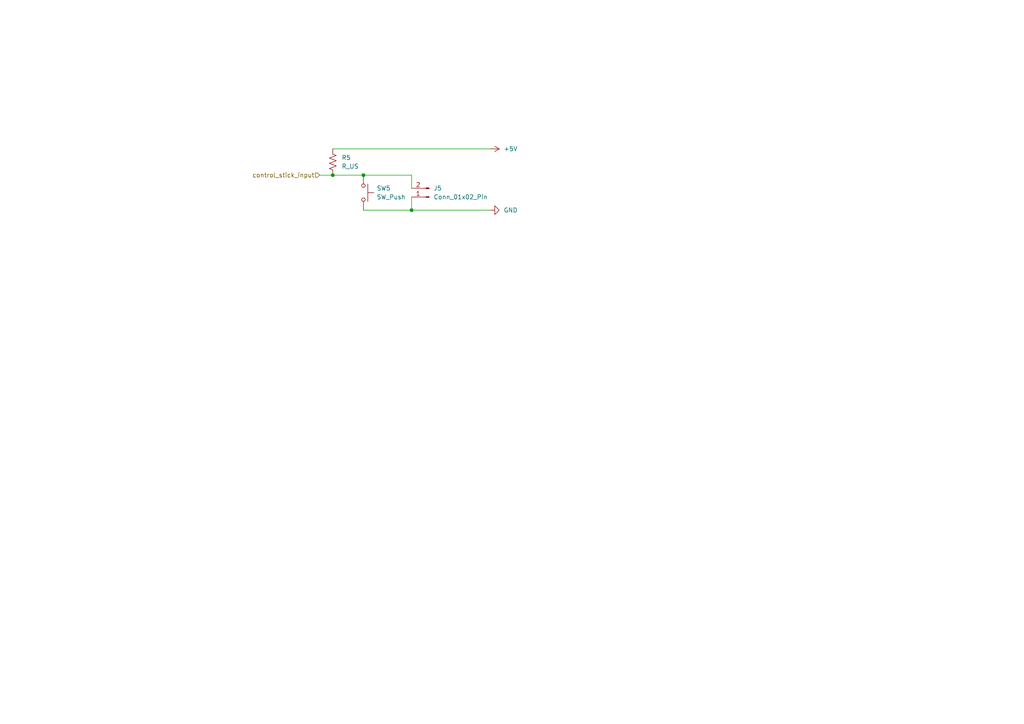
<source format=kicad_sch>
(kicad_sch (version 20230121) (generator eeschema)
  (paper "A4")
  (lib_symbols
    (symbol "Connector:Conn_01x02_Pin" (pin_names (offset 1.016) hide)
      (property "Reference" "J" (at 0 2.54 0))
      (property "Value" "Conn_01x02_Pin" (at 0 -5.08 0))
      (symbol "Conn_01x02_Pin_1_1"
        (polyline (pts (xy 1.27 -2.54) (xy 0.8636 -2.54)) (stroke (width 0.1524)))
        (polyline (pts (xy 1.27 0) (xy 0.8636 0)) (stroke (width 0.1524)))
        (rectangle (start 0.8636 -2.413) (end 0 -2.667) (stroke (width 0.1524)) (fill (type outline)))
        (rectangle (start 0.8636 0.127) (end 0 -0.127) (stroke (width 0.1524)) (fill (type outline)))
        (pin passive line (at 5.08 0 180) (length 3.81) (name "Pin_1") (number "1"))
        (pin passive line (at 5.08 -2.54 180) (length 3.81) (name "Pin_2") (number "2"))
      )
    )
    (symbol "Device:R_US" (pin_numbers hide) (pin_names (offset 0))
      (property "Reference" "R" (at 2.54 0 90))
      (property "Value" "R_US" (at -2.54 0 90))
      (symbol "R_US_0_1"
        (polyline (pts (xy 0 -2.286) (xy 0 -2.54)))
        (polyline (pts (xy 0 2.286) (xy 0 2.54)))
        (polyline (pts (xy 0 -0.762) (xy 1.016 -1.143) (xy 0 -1.524) (xy -1.016 -1.905) (xy 0 -2.286)))
        (polyline (pts (xy 0 0.762) (xy 1.016 0.381) (xy 0 0) (xy -1.016 -0.381) (xy 0 -0.762)))
        (polyline (pts (xy 0 2.286) (xy 1.016 1.905) (xy 0 1.524) (xy -1.016 1.143) (xy 0 0.762)))
      )
      (symbol "R_US_1_1"
        (pin passive line (at 0 3.81 270) (length 1.27) (name "~") (number "1"))
        (pin passive line (at 0 -3.81 90) (length 1.27) (name "~") (number "2"))
      )
    )
    (symbol "Switch:SW_Push" (pin_numbers hide) (pin_names (offset 1.016) hide)
      (property "Reference" "SW" (at 1.27 2.54 0))
      (property "Value" "SW_Push" (at 0 -1.524 0))
      (symbol "SW_Push_0_1"
        (circle (center -2.032 0) (radius 0.508))
        (polyline (pts (xy 0 1.27) (xy 0 3.048)))
        (polyline (pts (xy 2.54 1.27) (xy -2.54 1.27)))
        (circle (center 2.032 0) (radius 0.508))
        (pin passive line (at -5.08 0 0) (length 2.54) (name "1") (number "1"))
        (pin passive line (at 5.08 0 180) (length 2.54) (name "2") (number "2"))
      )
    )
    (symbol "power:+5V" (power) (pin_names (offset 0))
      (property "Value" "+5V" (at 0 3.556 0))
      (symbol "+5V_0_1"
        (polyline (pts (xy -0.762 1.27) (xy 0 2.54)))
        (polyline (pts (xy 0 0) (xy 0 2.54)))
        (polyline (pts (xy 0 2.54) (xy 0.762 1.27)))
      )
      (symbol "+5V_1_1"
        (pin power_in line (at 0 0 90) (length 0) hide (name "+5V") (number "1"))
      )
    )
    (symbol "power:GND" (power) (pin_names (offset 0))
      (property "Value" "GND" (at 0 -3.81 0))
      (symbol "GND_0_1"
        (polyline (pts (xy 0 0) (xy 0 -1.27) (xy 1.27 -1.27) (xy 0 -2.54) (xy -1.27 -1.27) (xy 0 -1.27)))
      )
      (symbol "GND_1_1"
        (pin power_in line (at 0 0 270) (length 0) hide (name "GND") (number "1"))
      )
    )
  )
  (junction (at 105.41 50.8))
  (junction (at 96.52 50.8))
  (junction (at 119.38 60.96))
  (wire (pts (xy 119.38 60.96) (xy 142.24 60.96)))
  (wire (pts (xy 96.52 43.18) (xy 142.24 43.18)))
  (wire (pts (xy 119.38 50.8) (xy 105.41 50.8)))
  (wire (pts (xy 119.38 60.96) (xy 105.41 60.96)))
  (wire (pts (xy 92.71 50.8) (xy 96.52 50.8)))
  (wire (pts (xy 119.38 57.15) (xy 119.38 60.96)))
  (wire (pts (xy 96.52 50.8) (xy 105.41 50.8)))
  (wire (pts (xy 119.38 50.8) (xy 119.38 54.61)))
  (hierarchical_label "control_stick_input" (shape input) (at 92.71 50.8 180))
  (symbol (lib_id "Connector:Conn_01x02_Pin") (at 124.46 57.15 180) (unit 1)
    (property "Reference" "J5" (at 125.73 54.61 0) (effects (justify right)))
    (property "Value" "Conn_01x02_Pin" (at 125.73 57.15 0) (effects (justify right)))
    (property "Footprint" "Connector_PinHeader_2.54mm:PinHeader_1x02_P2.54mm_Vertical" (effects hide))
    (instances (project "claw_machine" (path "" (reference "J5") (unit 1)) (path "" (reference "J4") (unit 1)) (path "" (reference "J3") (unit 1)) (path "" (reference "J2") (unit 1)) (path "" (reference "J1") (unit 1))) (project "ClawMachine" (path "" (reference "J32") (unit 1)) (path "" (reference "J40") (unit 1)) (path "" (reference "J41") (unit 1)) (path "" (reference "J39") (unit 1)) (path "" (reference "J38") (unit 1)) (path "" (reference "J42") (unit 1))))
  )
  (symbol (lib_id "power:+5V") (at 142.24 43.18 270) (unit 1)
    (property "Reference" "#PWR03" (effects hide))
    (property "Value" "+5V" (at 146.05 43.18 90) (effects (justify left)))
    (instances (project "claw_machine" (path "" (reference "#PWR03") (unit 1)) (path "" (reference "#PWR09") (unit 1)) (path "" (reference "#PWR07") (unit 1)) (path "" (reference "#PWR05") (unit 1)) (path "" (reference "#PWR011") (unit 1))) (project "ClawMachine" (path "" (reference "#PWR017") (unit 1)) (path "" (reference "#PWR013") (unit 1)) (path "" (reference "#PWR015") (unit 1)) (path "" (reference "#PWR011") (unit 1)) (path "" (reference "#PWR09") (unit 1))))
  )
  (symbol (lib_id "Device:R_US") (at 96.52 46.99 180) (unit 1)
    (property "Reference" "R5" (at 99.06 45.72 0) (effects (justify right)))
    (property "Value" "R_US" (at 99.06 48.26 0) (effects (justify right)))
    (property "Footprint" "Resistor_SMD:R_0805_2012Metric_Pad1.20x1.40mm_HandSolder" (effects hide))
    (instances (project "claw_machine" (path "" (reference "R5") (unit 1)) (path "" (reference "R4") (unit 1)) (path "" (reference "R3") (unit 1)) (path "" (reference "R2") (unit 1)) (path "" (reference "R1") (unit 1))) (project "ClawMachine" (path "" (reference "R19") (unit 1)) (path "" (reference "R23") (unit 1)) (path "" (reference "R24") (unit 1)) (path "" (reference "R22") (unit 1)) (path "" (reference "R21") (unit 1)) (path "" (reference "R25") (unit 1))))
  )
  (symbol (lib_id "power:GND") (at 142.24 60.96 90) (unit 1)
    (property "Reference" "#PWR04" (effects hide))
    (property "Value" "GND" (at 146.05 60.96 90) (effects (justify right)))
    (instances (project "claw_machine" (path "" (reference "#PWR04") (unit 1)) (path "" (reference "#PWR010") (unit 1)) (path "" (reference "#PWR08") (unit 1)) (path "" (reference "#PWR06") (unit 1)) (path "" (reference "#PWR012") (unit 1))) (project "ClawMachine" (path "" (reference "#PWR018") (unit 1)) (path "" (reference "#PWR014") (unit 1)) (path "" (reference "#PWR016") (unit 1)) (path "" (reference "#PWR012") (unit 1)) (path "" (reference "#PWR010") (unit 1))))
  )
  (symbol (lib_id "Switch:SW_Push") (at 105.41 55.88 270) (unit 1)
    (property "Reference" "SW5" (at 109.22 54.61 90) (effects (justify left)))
    (property "Value" "SW_Push" (at 109.22 57.15 90) (effects (justify left)))
    (property "Footprint" "Button_Switch_THT:SW_PUSH_6mm" (effects hide))
    (instances (project "claw_machine" (path "" (reference "SW5") (unit 1)) (path "" (reference "SW4") (unit 1)) (path "" (reference "SW3") (unit 1)) (path "" (reference "SW2") (unit 1)) (path "" (reference "SW1") (unit 1))) (project "ClawMachine" (path "" (reference "SW25") (unit 1)) (path "" (reference "SW30") (unit 1)) (path "" (reference "SW31") (unit 1)) (path "" (reference "SW29") (unit 1)) (path "" (reference "SW28") (unit 1)) (path "" (reference "SW32") (unit 1))))
  )
)
</source>
